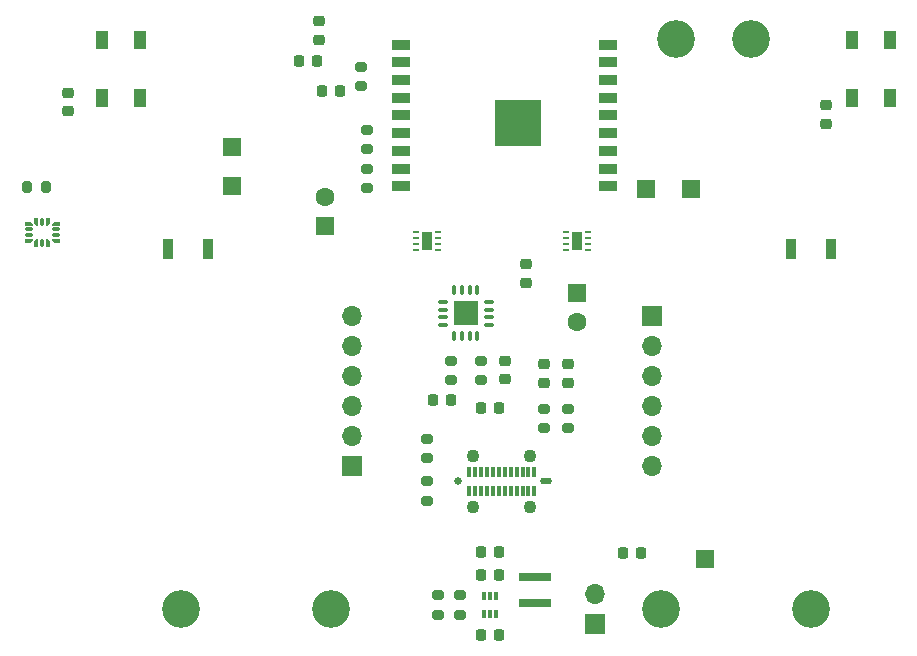
<source format=gbr>
%TF.GenerationSoftware,KiCad,Pcbnew,(6.0.9-0)*%
%TF.CreationDate,2023-03-14T17:35:55-07:00*%
%TF.ProjectId,MiniDusty,4d696e69-4475-4737-9479-2e6b69636164,rev?*%
%TF.SameCoordinates,Original*%
%TF.FileFunction,Soldermask,Top*%
%TF.FilePolarity,Negative*%
%FSLAX46Y46*%
G04 Gerber Fmt 4.6, Leading zero omitted, Abs format (unit mm)*
G04 Created by KiCad (PCBNEW (6.0.9-0)) date 2023-03-14 17:35:55*
%MOMM*%
%LPD*%
G01*
G04 APERTURE LIST*
G04 Aperture macros list*
%AMRoundRect*
0 Rectangle with rounded corners*
0 $1 Rounding radius*
0 $2 $3 $4 $5 $6 $7 $8 $9 X,Y pos of 4 corners*
0 Add a 4 corners polygon primitive as box body*
4,1,4,$2,$3,$4,$5,$6,$7,$8,$9,$2,$3,0*
0 Add four circle primitives for the rounded corners*
1,1,$1+$1,$2,$3*
1,1,$1+$1,$4,$5*
1,1,$1+$1,$6,$7*
1,1,$1+$1,$8,$9*
0 Add four rect primitives between the rounded corners*
20,1,$1+$1,$2,$3,$4,$5,0*
20,1,$1+$1,$4,$5,$6,$7,0*
20,1,$1+$1,$6,$7,$8,$9,0*
20,1,$1+$1,$8,$9,$2,$3,0*%
%AMFreePoly0*
4,1,48,0.036020,0.199191,0.037970,0.199714,0.040958,0.198321,0.057086,0.195477,0.069630,0.184951,0.084467,0.178033,0.290533,-0.028033,0.293203,-0.031847,0.294953,-0.032857,0.296081,-0.035957,0.305473,-0.049370,0.306900,-0.065680,0.312500,-0.081066,0.312500,-0.125000,0.310782,-0.134742,0.311361,-0.138024,0.309695,-0.140910,0.307977,-0.150652,0.295451,-0.165579,0.285709,-0.182453,
0.279350,-0.184767,0.275000,-0.189952,0.255809,-0.193336,0.237500,-0.200000,-0.237500,-0.200000,-0.247242,-0.198282,-0.250524,-0.198861,-0.253410,-0.197195,-0.263152,-0.195477,-0.278079,-0.182951,-0.294953,-0.173209,-0.297267,-0.166850,-0.302452,-0.162500,-0.305836,-0.143309,-0.312500,-0.125000,-0.312500,0.125000,-0.310782,0.134742,-0.311361,0.138024,-0.309695,0.140910,-0.307977,0.150652,
-0.295451,0.165579,-0.285709,0.182453,-0.279350,0.184767,-0.275000,0.189952,-0.255809,0.193336,-0.237500,0.200000,0.031434,0.200000,0.036020,0.199191,0.036020,0.199191,$1*%
%AMFreePoly1*
4,1,48,0.247242,0.198282,0.250524,0.198861,0.253410,0.197195,0.263152,0.195477,0.278079,0.182951,0.294953,0.173209,0.297267,0.166850,0.302452,0.162500,0.305836,0.143309,0.312500,0.125000,0.312500,0.081066,0.311691,0.076480,0.312214,0.074529,0.310820,0.071540,0.307977,0.055414,0.297452,0.042871,0.290533,0.028033,0.084467,-0.178033,0.080653,-0.180703,0.079643,-0.182453,
0.076543,-0.183581,0.063130,-0.192973,0.046819,-0.194400,0.031434,-0.200000,-0.237500,-0.200000,-0.247242,-0.198282,-0.250524,-0.198861,-0.253410,-0.197195,-0.263152,-0.195477,-0.278079,-0.182951,-0.294953,-0.173209,-0.297267,-0.166850,-0.302452,-0.162500,-0.305836,-0.143309,-0.312500,-0.125000,-0.312500,0.125000,-0.310782,0.134742,-0.311361,0.138024,-0.309695,0.140910,-0.307977,0.150652,
-0.295451,0.165579,-0.285709,0.182453,-0.279350,0.184767,-0.275000,0.189952,-0.255809,0.193336,-0.237500,0.200000,0.237500,0.200000,0.247242,0.198282,0.247242,0.198282,$1*%
%AMFreePoly2*
4,1,48,0.134742,0.310782,0.138024,0.311361,0.140910,0.309695,0.150652,0.307977,0.165579,0.295451,0.182453,0.285709,0.184767,0.279350,0.189952,0.275000,0.193336,0.255809,0.200000,0.237500,0.200000,-0.237500,0.198282,-0.247242,0.198861,-0.250524,0.197195,-0.253410,0.195477,-0.263152,0.182951,-0.278079,0.173209,-0.294953,0.166850,-0.297267,0.162500,-0.302452,0.143309,-0.305836,
0.125000,-0.312500,-0.125000,-0.312500,-0.134742,-0.310782,-0.138024,-0.311361,-0.140910,-0.309695,-0.150652,-0.307977,-0.165579,-0.295451,-0.182453,-0.285709,-0.184767,-0.279350,-0.189952,-0.275000,-0.193336,-0.255809,-0.200000,-0.237500,-0.200000,0.031434,-0.199191,0.036020,-0.199714,0.037970,-0.198321,0.040958,-0.195477,0.057086,-0.184951,0.069630,-0.178033,0.084467,0.028033,0.290533,
0.031847,0.293203,0.032857,0.294953,0.035957,0.296081,0.049370,0.305473,0.065680,0.306900,0.081066,0.312500,0.125000,0.312500,0.134742,0.310782,0.134742,0.310782,$1*%
%AMFreePoly3*
4,1,48,-0.076480,0.311691,-0.074530,0.312214,-0.071542,0.310821,-0.055414,0.307977,-0.042870,0.297451,-0.028033,0.290533,0.178033,0.084467,0.180703,0.080653,0.182453,0.079643,0.183581,0.076543,0.192973,0.063130,0.194400,0.046820,0.200000,0.031434,0.200000,-0.237500,0.198282,-0.247242,0.198861,-0.250524,0.197195,-0.253410,0.195477,-0.263152,0.182951,-0.278079,0.173209,-0.294953,
0.166850,-0.297267,0.162500,-0.302452,0.143309,-0.305836,0.125000,-0.312500,-0.125000,-0.312500,-0.134742,-0.310782,-0.138024,-0.311361,-0.140910,-0.309695,-0.150652,-0.307977,-0.165579,-0.295451,-0.182453,-0.285709,-0.184767,-0.279350,-0.189952,-0.275000,-0.193336,-0.255809,-0.200000,-0.237500,-0.200000,0.237500,-0.198282,0.247242,-0.198861,0.250524,-0.197195,0.253410,-0.195477,0.263152,
-0.182951,0.278079,-0.173209,0.294953,-0.166850,0.297267,-0.162500,0.302452,-0.143309,0.305836,-0.125000,0.312500,-0.081066,0.312500,-0.076480,0.311691,-0.076480,0.311691,$1*%
%AMFreePoly4*
4,1,48,0.247242,0.198282,0.250524,0.198861,0.253410,0.197195,0.263152,0.195477,0.278079,0.182951,0.294953,0.173209,0.297267,0.166850,0.302452,0.162500,0.305836,0.143309,0.312500,0.125000,0.312500,-0.125000,0.310782,-0.134742,0.311361,-0.138024,0.309695,-0.140910,0.307977,-0.150652,0.295451,-0.165579,0.285709,-0.182453,0.279350,-0.184767,0.275000,-0.189952,0.255809,-0.193336,
0.237500,-0.200000,-0.031434,-0.200000,-0.036020,-0.199191,-0.037971,-0.199714,-0.040960,-0.198320,-0.057086,-0.195477,-0.069629,-0.184952,-0.084467,-0.178033,-0.290533,0.028033,-0.293203,0.031847,-0.294953,0.032857,-0.296081,0.035957,-0.305473,0.049370,-0.306900,0.065681,-0.312500,0.081066,-0.312500,0.125000,-0.310782,0.134742,-0.311361,0.138024,-0.309695,0.140910,-0.307977,0.150652,
-0.295451,0.165579,-0.285709,0.182453,-0.279350,0.184767,-0.275000,0.189952,-0.255809,0.193336,-0.237500,0.200000,0.237500,0.200000,0.247242,0.198282,0.247242,0.198282,$1*%
%AMFreePoly5*
4,1,48,0.247242,0.198282,0.250524,0.198861,0.253410,0.197195,0.263152,0.195477,0.278079,0.182951,0.294953,0.173209,0.297267,0.166850,0.302452,0.162500,0.305836,0.143309,0.312500,0.125000,0.312500,-0.125000,0.310782,-0.134742,0.311361,-0.138024,0.309695,-0.140910,0.307977,-0.150652,0.295451,-0.165579,0.285709,-0.182453,0.279350,-0.184767,0.275000,-0.189952,0.255809,-0.193336,
0.237500,-0.200000,-0.237500,-0.200000,-0.247242,-0.198282,-0.250524,-0.198861,-0.253410,-0.197195,-0.263152,-0.195477,-0.278079,-0.182951,-0.294953,-0.173209,-0.297267,-0.166850,-0.302452,-0.162500,-0.305836,-0.143309,-0.312500,-0.125000,-0.312500,-0.081066,-0.311691,-0.076480,-0.312214,-0.074530,-0.310821,-0.071542,-0.307977,-0.055414,-0.297451,-0.042870,-0.290533,-0.028033,-0.084467,0.178033,
-0.080653,0.180703,-0.079643,0.182453,-0.076543,0.183581,-0.063130,0.192973,-0.046820,0.194400,-0.031434,0.200000,0.237500,0.200000,0.247242,0.198282,0.247242,0.198282,$1*%
%AMFreePoly6*
4,1,48,0.134742,0.310782,0.138024,0.311361,0.140910,0.309695,0.150652,0.307977,0.165579,0.295451,0.182453,0.285709,0.184767,0.279350,0.189952,0.275000,0.193336,0.255809,0.200000,0.237500,0.200000,-0.031434,0.199191,-0.036020,0.199714,-0.037971,0.198320,-0.040960,0.195477,-0.057086,0.184952,-0.069629,0.178033,-0.084467,-0.028033,-0.290533,-0.031847,-0.293203,-0.032857,-0.294953,
-0.035957,-0.296081,-0.049370,-0.305473,-0.065681,-0.306900,-0.081066,-0.312500,-0.125000,-0.312500,-0.134742,-0.310782,-0.138024,-0.311361,-0.140910,-0.309695,-0.150652,-0.307977,-0.165579,-0.295451,-0.182453,-0.285709,-0.184767,-0.279350,-0.189952,-0.275000,-0.193336,-0.255809,-0.200000,-0.237500,-0.200000,0.237500,-0.198282,0.247242,-0.198861,0.250524,-0.197195,0.253410,-0.195477,0.263152,
-0.182951,0.278079,-0.173209,0.294953,-0.166850,0.297267,-0.162500,0.302452,-0.143309,0.305836,-0.125000,0.312500,0.125000,0.312500,0.134742,0.310782,0.134742,0.310782,$1*%
%AMFreePoly7*
4,1,48,0.134742,0.310782,0.138024,0.311361,0.140910,0.309695,0.150652,0.307977,0.165579,0.295451,0.182453,0.285709,0.184767,0.279350,0.189952,0.275000,0.193336,0.255809,0.200000,0.237500,0.200000,-0.237500,0.198282,-0.247242,0.198861,-0.250524,0.197195,-0.253410,0.195477,-0.263152,0.182951,-0.278079,0.173209,-0.294953,0.166850,-0.297267,0.162500,-0.302452,0.143309,-0.305836,
0.125000,-0.312500,0.081066,-0.312500,0.076480,-0.311691,0.074529,-0.312214,0.071540,-0.310820,0.055414,-0.307977,0.042871,-0.297452,0.028033,-0.290533,-0.178033,-0.084467,-0.180703,-0.080653,-0.182453,-0.079643,-0.183581,-0.076543,-0.192973,-0.063130,-0.194400,-0.046819,-0.200000,-0.031434,-0.200000,0.237500,-0.198282,0.247242,-0.198861,0.250524,-0.197195,0.253410,-0.195477,0.263152,
-0.182951,0.278079,-0.173209,0.294953,-0.166850,0.297267,-0.162500,0.302452,-0.143309,0.305836,-0.125000,0.312500,0.125000,0.312500,0.134742,0.310782,0.134742,0.310782,$1*%
G04 Aperture macros list end*
%ADD10RoundRect,0.225000X0.250000X-0.225000X0.250000X0.225000X-0.250000X0.225000X-0.250000X-0.225000X0*%
%ADD11C,3.200000*%
%ADD12RoundRect,0.218750X-0.256250X0.218750X-0.256250X-0.218750X0.256250X-0.218750X0.256250X0.218750X0*%
%ADD13R,2.700000X0.800000*%
%ADD14R,1.700000X1.700000*%
%ADD15O,1.700000X1.700000*%
%ADD16RoundRect,0.225000X-0.250000X0.225000X-0.250000X-0.225000X0.250000X-0.225000X0.250000X0.225000X0*%
%ADD17R,0.500000X0.250000*%
%ADD18R,0.900000X1.600000*%
%ADD19R,0.900000X1.700000*%
%ADD20RoundRect,0.200000X-0.275000X0.200000X-0.275000X-0.200000X0.275000X-0.200000X0.275000X0.200000X0*%
%ADD21C,0.660000*%
%ADD22O,1.000000X0.580000*%
%ADD23R,0.300000X0.850000*%
%ADD24C,1.100000*%
%ADD25R,1.600000X1.600000*%
%ADD26C,1.600000*%
%ADD27RoundRect,0.200000X0.200000X0.275000X-0.200000X0.275000X-0.200000X-0.275000X0.200000X-0.275000X0*%
%ADD28RoundRect,0.200000X0.275000X-0.200000X0.275000X0.200000X-0.275000X0.200000X-0.275000X-0.200000X0*%
%ADD29R,1.500000X0.900000*%
%ADD30R,4.000000X4.000000*%
%ADD31FreePoly0,0.000000*%
%ADD32RoundRect,0.100000X-0.212500X-0.100000X0.212500X-0.100000X0.212500X0.100000X-0.212500X0.100000X0*%
%ADD33FreePoly1,0.000000*%
%ADD34FreePoly2,0.000000*%
%ADD35RoundRect,0.100000X-0.100000X-0.212500X0.100000X-0.212500X0.100000X0.212500X-0.100000X0.212500X0*%
%ADD36FreePoly3,0.000000*%
%ADD37FreePoly4,0.000000*%
%ADD38FreePoly5,0.000000*%
%ADD39FreePoly6,0.000000*%
%ADD40FreePoly7,0.000000*%
%ADD41R,1.000000X1.500000*%
%ADD42RoundRect,0.075000X-0.350000X-0.075000X0.350000X-0.075000X0.350000X0.075000X-0.350000X0.075000X0*%
%ADD43RoundRect,0.075000X-0.075000X-0.350000X0.075000X-0.350000X0.075000X0.350000X-0.075000X0.350000X0*%
%ADD44R,2.100000X2.100000*%
%ADD45R,1.500000X1.500000*%
%ADD46RoundRect,0.225000X-0.225000X-0.250000X0.225000X-0.250000X0.225000X0.250000X-0.225000X0.250000X0*%
%ADD47RoundRect,0.225000X0.225000X0.250000X-0.225000X0.250000X-0.225000X-0.250000X0.225000X-0.250000X0*%
%ADD48RoundRect,0.218750X0.218750X0.256250X-0.218750X0.256250X-0.218750X-0.256250X0.218750X-0.256250X0*%
%ADD49R,0.340000X0.700000*%
G04 APERTURE END LIST*
D10*
%TO.C,C10*%
X143510000Y-96800000D03*
X143510000Y-95250000D03*
%TD*%
D11*
%TO.C,H2*%
X114300000Y-124460000D03*
%TD*%
D12*
%TO.C,D4*%
X145014000Y-103694500D03*
X145014000Y-105269500D03*
%TD*%
%TO.C,D5*%
X147046000Y-103694500D03*
X147046000Y-105269500D03*
%TD*%
D13*
%TO.C,L1*%
X144272000Y-123900000D03*
X144272000Y-121700000D03*
%TD*%
D14*
%TO.C,J3*%
X128758000Y-112322000D03*
D15*
X128758000Y-109782000D03*
X128758000Y-107242000D03*
X128758000Y-104702000D03*
X128758000Y-102162000D03*
X128758000Y-99622000D03*
%TD*%
D16*
%TO.C,C11*%
X141732000Y-103399000D03*
X141732000Y-104949000D03*
%TD*%
D10*
%TO.C,C7*%
X168890000Y-83325000D03*
X168890000Y-81775000D03*
%TD*%
D11*
%TO.C,H6*%
X162560000Y-76200000D03*
%TD*%
D17*
%TO.C,U1*%
X134158000Y-92522000D03*
X134158000Y-93022000D03*
X134158000Y-93522000D03*
X134158000Y-94022000D03*
X136058000Y-94022000D03*
X136058000Y-93522000D03*
X136058000Y-93022000D03*
X136058000Y-92522000D03*
D18*
X135108000Y-93272000D03*
%TD*%
D19*
%TO.C,SW1*%
X116615000Y-93980000D03*
X113215000Y-93980000D03*
%TD*%
D20*
%TO.C,R4*%
X136017000Y-123245000D03*
X136017000Y-124895000D03*
%TD*%
%TO.C,R10*%
X135108000Y-113626000D03*
X135108000Y-115276000D03*
%TD*%
%TO.C,R2*%
X129520000Y-78511000D03*
X129520000Y-80161000D03*
%TD*%
D21*
%TO.C,J4*%
X137708000Y-113626000D03*
D22*
X145208000Y-113626000D03*
D23*
X138708000Y-112791000D03*
X139208000Y-112791000D03*
X139708000Y-112791000D03*
X140208000Y-112791000D03*
X140708000Y-112791000D03*
X141208000Y-112791000D03*
X141708000Y-112791000D03*
X142208000Y-112791000D03*
X142708000Y-112791000D03*
X143208000Y-112791000D03*
X143708000Y-112791000D03*
X144208000Y-112791000D03*
X144208000Y-114461000D03*
X143708000Y-114461000D03*
X143208000Y-114461000D03*
X142708000Y-114461000D03*
X142208000Y-114461000D03*
X141708000Y-114461000D03*
X141208000Y-114461000D03*
X140708000Y-114461000D03*
X140208000Y-114461000D03*
X139708000Y-114461000D03*
X139208000Y-114461000D03*
X138708000Y-114461000D03*
D24*
X139058000Y-111476000D03*
X139058000Y-115776000D03*
X143858000Y-115776000D03*
X143858000Y-111476000D03*
%TD*%
D25*
%TO.C,C3*%
X147808000Y-97654888D03*
D26*
X147808000Y-100154888D03*
%TD*%
D20*
%TO.C,R13*%
X145014000Y-107467000D03*
X145014000Y-109117000D03*
%TD*%
D14*
%TO.C,J1*%
X149352000Y-125721000D03*
D15*
X149352000Y-123181000D03*
%TD*%
D27*
%TO.C,R8*%
X102869500Y-88733000D03*
X101219500Y-88733000D03*
%TD*%
D28*
%TO.C,R5*%
X137922000Y-124895000D03*
X137922000Y-123245000D03*
%TD*%
D16*
%TO.C,C6*%
X104753727Y-80698473D03*
X104753727Y-82248473D03*
%TD*%
D29*
%TO.C,U3*%
X132962000Y-76638000D03*
X132962000Y-78138000D03*
X132962000Y-79638000D03*
X132962000Y-81138000D03*
X132962000Y-82638000D03*
X132962000Y-84138000D03*
X132962000Y-85638000D03*
X132962000Y-87138000D03*
X132962000Y-88638000D03*
X150462000Y-88638000D03*
X150462000Y-87138000D03*
X150462000Y-85638000D03*
X150462000Y-84138000D03*
X150462000Y-82638000D03*
X150462000Y-81138000D03*
X150462000Y-79638000D03*
X150462000Y-78138000D03*
X150462000Y-76638000D03*
D30*
X142812000Y-83248000D03*
%TD*%
D31*
%TO.C,U5*%
X101390000Y-91793000D03*
D32*
X101390000Y-92293000D03*
X101390000Y-92793000D03*
D33*
X101390000Y-93293000D03*
D34*
X102052500Y-93455500D03*
D35*
X102552500Y-93455500D03*
D36*
X103052500Y-93455500D03*
D37*
X103715000Y-93293000D03*
D32*
X103715000Y-92793000D03*
X103715000Y-92293000D03*
D38*
X103715000Y-91793000D03*
D39*
X103052500Y-91630500D03*
D35*
X102552500Y-91630500D03*
D40*
X102052500Y-91630500D03*
%TD*%
D41*
%TO.C,D2*%
X174300000Y-76290000D03*
X171100000Y-76290000D03*
X171100000Y-81190000D03*
X174300000Y-81190000D03*
%TD*%
D11*
%TO.C,H3*%
X167640000Y-124460000D03*
%TD*%
D10*
%TO.C,C13*%
X125984000Y-76213000D03*
X125984000Y-74663000D03*
%TD*%
D25*
%TO.C,C4*%
X126472000Y-92036000D03*
D26*
X126472000Y-89536000D03*
%TD*%
D42*
%TO.C,U6*%
X136460000Y-98427000D03*
X136460000Y-99077000D03*
X136460000Y-99727000D03*
X136460000Y-100377000D03*
D43*
X137435000Y-101352000D03*
X138085000Y-101352000D03*
X138735000Y-101352000D03*
X139385000Y-101352000D03*
D42*
X140360000Y-100377000D03*
X140360000Y-99727000D03*
X140360000Y-99077000D03*
X140360000Y-98427000D03*
D43*
X139385000Y-97452000D03*
X138735000Y-97452000D03*
X138085000Y-97452000D03*
X137435000Y-97452000D03*
D44*
X138410000Y-99402000D03*
%TD*%
D28*
%TO.C,R11*%
X139680000Y-105053000D03*
X139680000Y-103403000D03*
%TD*%
D19*
%TO.C,SW2*%
X165940000Y-93980000D03*
X169340000Y-93980000D03*
%TD*%
D20*
%TO.C,R3*%
X130028000Y-83845000D03*
X130028000Y-85495000D03*
%TD*%
D45*
%TO.C,TP4*%
X157480000Y-88900000D03*
%TD*%
D20*
%TO.C,R14*%
X147046000Y-107467000D03*
X147046000Y-109117000D03*
%TD*%
D46*
%TO.C,C1*%
X126205000Y-80606000D03*
X127755000Y-80606000D03*
%TD*%
D47*
%TO.C,C5*%
X141237000Y-121530000D03*
X139687000Y-121530000D03*
%TD*%
%TO.C,C9*%
X137153000Y-106768000D03*
X135603000Y-106768000D03*
%TD*%
D28*
%TO.C,R6*%
X130028000Y-88797000D03*
X130028000Y-87147000D03*
%TD*%
D20*
%TO.C,R9*%
X135108000Y-110007000D03*
X135108000Y-111657000D03*
%TD*%
D11*
%TO.C,H5*%
X127000000Y-124460000D03*
%TD*%
D47*
%TO.C,C2*%
X141237000Y-126610000D03*
X139687000Y-126610000D03*
%TD*%
D46*
%TO.C,C8*%
X139674321Y-107395844D03*
X141224321Y-107395844D03*
%TD*%
D45*
%TO.C,TP1*%
X158670646Y-120209896D03*
%TD*%
%TO.C,TP5*%
X153670000Y-88900000D03*
%TD*%
D17*
%TO.C,U2*%
X148758000Y-94022000D03*
X148758000Y-93522000D03*
X148758000Y-93022000D03*
X148758000Y-92522000D03*
X146858000Y-92522000D03*
X146858000Y-93022000D03*
X146858000Y-93522000D03*
X146858000Y-94022000D03*
D18*
X147808000Y-93272000D03*
%TD*%
D41*
%TO.C,D3*%
X110800000Y-76290000D03*
X107600000Y-76290000D03*
X107600000Y-81190000D03*
X110800000Y-81190000D03*
%TD*%
D48*
%TO.C,D1*%
X153264049Y-119713921D03*
X151689049Y-119713921D03*
%TD*%
D49*
%TO.C,U4*%
X139962000Y-124820000D03*
X140462000Y-124820000D03*
X140962000Y-124820000D03*
X140962000Y-123320000D03*
X140462000Y-123320000D03*
X139962000Y-123320000D03*
%TD*%
D45*
%TO.C,TP3*%
X118618000Y-88646000D03*
%TD*%
D47*
%TO.C,R7*%
X141237000Y-119625000D03*
X139687000Y-119625000D03*
%TD*%
%TO.C,C12*%
X125850000Y-78066000D03*
X124300000Y-78066000D03*
%TD*%
D11*
%TO.C,H4*%
X156210000Y-76200000D03*
%TD*%
%TO.C,H1*%
X154940000Y-124460000D03*
%TD*%
D28*
%TO.C,R12*%
X137140000Y-105053000D03*
X137140000Y-103403000D03*
%TD*%
D14*
%TO.C,J2*%
X154158000Y-99622000D03*
D15*
X154158000Y-102162000D03*
X154158000Y-104702000D03*
X154158000Y-107242000D03*
X154158000Y-109782000D03*
X154158000Y-112322000D03*
%TD*%
D45*
%TO.C,TP2*%
X118618000Y-85344000D03*
%TD*%
M02*

</source>
